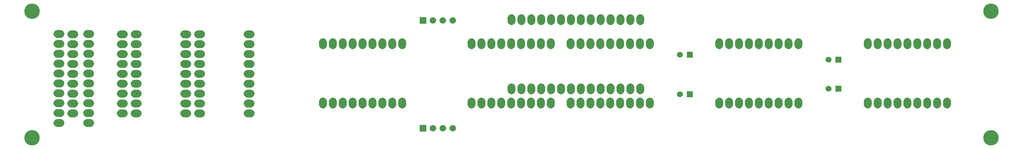
<source format=gbr>
G04 start of page 12 for group -4063 idx -4063 *
G04 Title: (unknown), componentmask *
G04 Creator: pcb 20110918 *
G04 CreationDate: Tue 14 Jan 2014 03:41:54 PM GMT UTC *
G04 For: vince *
G04 Format: Gerber/RS-274X *
G04 PCB-Dimensions: 1000000 160000 *
G04 PCB-Coordinate-Origin: lower left *
%MOIN*%
%FSLAX25Y25*%
%LNTOPMASK*%
%ADD88C,0.0660*%
%ADD87C,0.0600*%
%ADD86C,0.0001*%
%ADD85C,0.1560*%
%ADD84C,0.0800*%
G54D84*X121000Y120500D03*
Y110500D03*
Y100500D03*
Y90500D03*
Y80500D03*
Y70500D03*
Y60500D03*
X171000D03*
X121000Y50500D03*
X171000D03*
X121000Y40500D03*
X171000D03*
Y70500D03*
Y80500D03*
Y90500D03*
Y100500D03*
Y110500D03*
Y120500D03*
X185000D03*
Y110500D03*
Y100500D03*
Y90500D03*
Y80500D03*
Y70500D03*
Y60500D03*
Y50500D03*
Y40500D03*
X235000Y110500D03*
Y120500D03*
X57000D03*
X107000D03*
X57000Y110500D03*
Y100500D03*
Y90500D03*
Y80500D03*
Y70500D03*
Y60500D03*
Y50500D03*
X43000Y51000D03*
Y61000D03*
X57000Y40500D03*
X43000Y31000D03*
Y41000D03*
G54D85*X16000Y16000D03*
G54D84*X43000Y71000D03*
Y81000D03*
Y91000D03*
Y101000D03*
Y111000D03*
Y121000D03*
G54D85*X16000Y144000D03*
G54D84*X107000Y40500D03*
Y50500D03*
Y60500D03*
Y70500D03*
Y80500D03*
Y90500D03*
Y100500D03*
Y110500D03*
X73000Y121000D03*
Y111000D03*
Y101000D03*
Y91000D03*
Y81000D03*
Y71000D03*
Y61000D03*
Y51000D03*
Y41000D03*
Y31000D03*
G54D86*G36*
X827000Y68500D02*Y62500D01*
X833000D01*
Y68500D01*
X827000D01*
G37*
G54D87*X820000Y65500D03*
G54D84*X859500Y51000D03*
X869500D03*
X879500D03*
X889500D03*
X899500D03*
X909500D03*
X919500D03*
X929500D03*
X939500D03*
G54D85*X984000Y16000D03*
G54D84*X939500Y111000D03*
X929500D03*
G54D85*X984000Y144000D03*
G54D84*X919500Y111000D03*
X909500D03*
X899500D03*
X889500D03*
X879500D03*
X869500D03*
X859500D03*
X709500Y51000D03*
X719500D03*
X729500D03*
X739500D03*
X749500D03*
X759500D03*
X769500D03*
X779500D03*
X789500D03*
G54D86*G36*
X677000Y63000D02*Y57000D01*
X683000D01*
Y63000D01*
X677000D01*
G37*
G54D87*X670000Y60000D03*
G54D84*X789500Y111000D03*
G54D86*G36*
X827000Y98000D02*Y92000D01*
X833000D01*
Y98000D01*
X827000D01*
G37*
G54D87*X820000Y95000D03*
G54D84*X779500Y111000D03*
X769500D03*
X759500D03*
X749500D03*
X739500D03*
X729500D03*
X719500D03*
X709500D03*
G54D86*G36*
X677000Y103000D02*Y97000D01*
X683000D01*
Y103000D01*
X677000D01*
G37*
G54D87*X670000Y100000D03*
G54D84*X309500Y51000D03*
X319500D03*
X329500D03*
X339500D03*
X349500D03*
X359500D03*
X369500D03*
X379500D03*
X235000Y40500D03*
Y50500D03*
Y60500D03*
Y70500D03*
Y80500D03*
Y90500D03*
Y100500D03*
X389500Y111000D03*
X379500D03*
X369500D03*
X359500D03*
X349500D03*
X339500D03*
X329500D03*
X319500D03*
X309500D03*
X389500Y51000D03*
X459500D03*
X469500D03*
X479500D03*
X489500D03*
X499500D03*
X509500D03*
G54D86*G36*
X407200Y28800D02*Y22200D01*
X413800D01*
Y28800D01*
X407200D01*
G37*
G54D88*X420500Y25500D03*
X430500D03*
X440500D03*
G54D86*G36*
X407200Y137800D02*Y131200D01*
X413800D01*
Y137800D01*
X407200D01*
G37*
G54D88*X420500Y134500D03*
X430500D03*
X440500D03*
G54D84*X539500Y111000D03*
X529500D03*
X519500D03*
X509500D03*
X499500D03*
X489500D03*
X479500D03*
X469500D03*
X459500D03*
X500000Y135500D03*
X510000D03*
X520000D03*
X530000D03*
X540000D03*
X550000D03*
X560000D03*
X570000D03*
X580000D03*
X590000D03*
X600000D03*
X610000D03*
X620000D03*
X630000D03*
X519500Y51000D03*
X529500D03*
X539500D03*
X560000Y65500D03*
X550000D03*
X540000D03*
X530000D03*
X520000D03*
X510000D03*
X500000D03*
X630000D03*
X620000D03*
X610000D03*
X600000D03*
X590000D03*
X580000D03*
X570000D03*
X559500Y51000D03*
X569500D03*
X579500D03*
X589500D03*
X599500D03*
X609500D03*
X619500D03*
X629500D03*
X639500D03*
Y111000D03*
X629500D03*
X619500D03*
X609500D03*
X599500D03*
X589500D03*
X579500D03*
X569500D03*
X559500D03*
X119500Y60500D02*X122500D01*
X119500Y50500D02*X122500D01*
X119500Y40500D02*X122500D01*
X105500D02*X108500D01*
X105500Y50500D02*X108500D01*
X119500Y100500D02*X122500D01*
X119500Y90500D02*X122500D01*
X119500Y120500D02*X122500D01*
X119500Y110500D02*X122500D01*
X119500Y80500D02*X122500D01*
X119500Y70500D02*X122500D01*
X105500Y60500D02*X108500D01*
X105500Y70500D02*X108500D01*
X105500Y80500D02*X108500D01*
X105500Y90500D02*X108500D01*
X105500Y100500D02*X108500D01*
X105500Y110500D02*X108500D01*
X105500Y120500D02*X108500D01*
X309500Y52500D02*Y49500D01*
X319500Y52500D02*Y49500D01*
X329500Y52500D02*Y49500D01*
X339500Y52500D02*Y49500D01*
X349500Y52500D02*Y49500D01*
X359500Y52500D02*Y49500D01*
X369500Y52500D02*Y49500D01*
X379500Y52500D02*Y49500D01*
X389500Y52500D02*Y49500D01*
Y112500D02*Y109500D01*
X379500Y112500D02*Y109500D01*
X369500Y112500D02*Y109500D01*
X359500Y112500D02*Y109500D01*
X349500Y112500D02*Y109500D01*
X339500Y112500D02*Y109500D01*
X329500Y112500D02*Y109500D01*
X319500Y112500D02*Y109500D01*
X309500Y112500D02*Y109500D01*
X169500Y40500D02*X172500D01*
X169500Y50500D02*X172500D01*
X169500Y60500D02*X172500D01*
X169500Y90500D02*X172500D01*
X169500Y100500D02*X172500D01*
X169500Y110500D02*X172500D01*
X183500D02*X186500D01*
X169500Y120500D02*X172500D01*
X183500D02*X186500D01*
X183500Y100500D02*X186500D01*
X183500Y90500D02*X186500D01*
X169500Y70500D02*X172500D01*
X169500Y80500D02*X172500D01*
X183500D02*X186500D01*
X183500Y70500D02*X186500D01*
X183500Y60500D02*X186500D01*
X183500Y50500D02*X186500D01*
X183500Y40500D02*X186500D01*
X233500D02*X236500D01*
X233500Y50500D02*X236500D01*
X233500Y60500D02*X236500D01*
X233500Y70500D02*X236500D01*
X233500Y80500D02*X236500D01*
X233500Y90500D02*X236500D01*
X233500Y100500D02*X236500D01*
X233500Y110500D02*X236500D01*
X233500Y120500D02*X236500D01*
X55500D02*X58500D01*
X55500Y110500D02*X58500D01*
X71500Y121000D02*X74500D01*
X71500Y111000D02*X74500D01*
X55500Y80500D02*X58500D01*
X55500Y70500D02*X58500D01*
X55500Y60500D02*X58500D01*
X55500Y50500D02*X58500D01*
X55500Y40500D02*X58500D01*
X41500Y31000D02*X44500D01*
X41500Y41000D02*X44500D01*
X41500Y51000D02*X44500D01*
X41500Y61000D02*X44500D01*
X41500Y71000D02*X44500D01*
X41500Y81000D02*X44500D01*
X41500Y91000D02*X44500D01*
X41500Y101000D02*X44500D01*
X41500Y111000D02*X44500D01*
X41500Y121000D02*X44500D01*
X55500Y100500D02*X58500D01*
X55500Y90500D02*X58500D01*
X71500Y101000D02*X74500D01*
X71500Y91000D02*X74500D01*
X71500Y81000D02*X74500D01*
X71500Y71000D02*X74500D01*
X71500Y61000D02*X74500D01*
X71500Y51000D02*X74500D01*
X71500Y41000D02*X74500D01*
X71500Y31000D02*X74500D01*
X859500Y52500D02*Y49500D01*
X869500Y52500D02*Y49500D01*
X879500Y52500D02*Y49500D01*
X889500Y52500D02*Y49500D01*
X899500Y52500D02*Y49500D01*
X909500Y52500D02*Y49500D01*
X919500Y52500D02*Y49500D01*
X929500Y52500D02*Y49500D01*
X939500Y52500D02*Y49500D01*
Y112500D02*Y109500D01*
X929500Y112500D02*Y109500D01*
X919500Y112500D02*Y109500D01*
X909500Y112500D02*Y109500D01*
X899500Y112500D02*Y109500D01*
X889500Y112500D02*Y109500D01*
X879500Y112500D02*Y109500D01*
X869500Y112500D02*Y109500D01*
X709500Y52500D02*Y49500D01*
X719500Y52500D02*Y49500D01*
X729500Y52500D02*Y49500D01*
X739500Y52500D02*Y49500D01*
X749500Y52500D02*Y49500D01*
X759500Y52500D02*Y49500D01*
X769500Y52500D02*Y49500D01*
X779500Y52500D02*Y49500D01*
X789500Y52500D02*Y49500D01*
X859500Y112500D02*Y109500D01*
X789500Y112500D02*Y109500D01*
X779500Y112500D02*Y109500D01*
X769500Y112500D02*Y109500D01*
X759500Y112500D02*Y109500D01*
X749500Y112500D02*Y109500D01*
X739500Y112500D02*Y109500D01*
X729500Y112500D02*Y109500D01*
X719500Y112500D02*Y109500D01*
X709500Y112500D02*Y109500D01*
X459500Y52500D02*Y49500D01*
X469500Y52500D02*Y49500D01*
X479500Y52500D02*Y49500D01*
X489500Y52500D02*Y49500D01*
X499500Y52500D02*Y49500D01*
X509500Y52500D02*Y49500D01*
X519500Y52500D02*Y49500D01*
X509500Y112500D02*Y109500D01*
X510000Y137000D02*Y134000D01*
X499500Y112500D02*Y109500D01*
X500000Y137000D02*Y134000D01*
X489500Y112500D02*Y109500D01*
X479500Y112500D02*Y109500D01*
X469500Y112500D02*Y109500D01*
X459500Y112500D02*Y109500D01*
X529500Y52500D02*Y49500D01*
X539500Y52500D02*Y49500D01*
X540000Y67000D02*Y64000D01*
X530000Y67000D02*Y64000D01*
X520000Y67000D02*Y64000D01*
X510000Y67000D02*Y64000D01*
X500000Y67000D02*Y64000D01*
X539500Y112500D02*Y109500D01*
X529500Y112500D02*Y109500D01*
X519500Y112500D02*Y109500D01*
X520000Y137000D02*Y134000D01*
X530000Y137000D02*Y134000D01*
X540000Y137000D02*Y134000D01*
X550000Y137000D02*Y134000D01*
X559500Y112500D02*Y109500D01*
X560000Y137000D02*Y134000D01*
X570000Y137000D02*Y134000D01*
X580000Y137000D02*Y134000D01*
X630000Y67000D02*Y64000D01*
X620000Y67000D02*Y64000D01*
X610000Y67000D02*Y64000D01*
X600000Y67000D02*Y64000D01*
X590000Y67000D02*Y64000D01*
X580000Y67000D02*Y64000D01*
X570000Y67000D02*Y64000D01*
X560000Y67000D02*Y64000D01*
X550000Y67000D02*Y64000D01*
X559500Y52500D02*Y49500D01*
X569500Y52500D02*Y49500D01*
X579500Y52500D02*Y49500D01*
X589500Y52500D02*Y49500D01*
X599500Y52500D02*Y49500D01*
X609500Y52500D02*Y49500D01*
X619500Y52500D02*Y49500D01*
X629500Y52500D02*Y49500D01*
X639500Y52500D02*Y49500D01*
X590000Y137000D02*Y134000D01*
X600000Y137000D02*Y134000D01*
X610000Y137000D02*Y134000D01*
X620000Y137000D02*Y134000D01*
X619500Y112500D02*Y109500D01*
X630000Y137000D02*Y134000D01*
X639500Y112500D02*Y109500D01*
X629500Y112500D02*Y109500D01*
X609500Y112500D02*Y109500D01*
X599500Y112500D02*Y109500D01*
X589500Y112500D02*Y109500D01*
X579500Y112500D02*Y109500D01*
X569500Y112500D02*Y109500D01*
M02*

</source>
